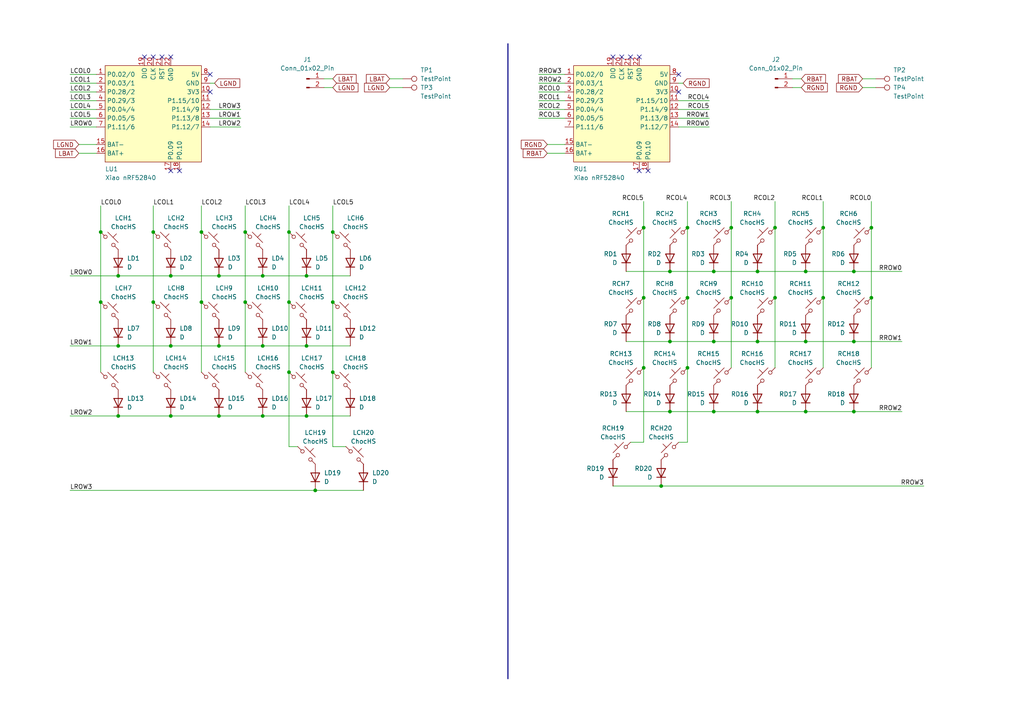
<source format=kicad_sch>
(kicad_sch (version 20231120) (generator "eeschema") (generator_version "8.0")
  (paper "A4")
  (lib_symbols
    (symbol "Connector:Conn_01x02_Pin" (pin_names (offset 1.016) hide)
      (property "Reference" "J" (at 0 2.54 0))
      (property "Value" "Conn_01x02_Pin" (at 0 -5.08 0))
      (symbol "Conn_01x02_Pin_1_1"
        (polyline (pts (xy 1.27 -2.54) (xy 0.8636 -2.54)) (stroke (width 0.1524)))
        (polyline (pts (xy 1.27 0) (xy 0.8636 0)) (stroke (width 0.1524)))
        (rectangle (start 0.8636 -2.413) (end 0 -2.667) (stroke (width 0.1524)) (fill (type outline)))
        (rectangle (start 0.8636 0.127) (end 0 -0.127) (stroke (width 0.1524)) (fill (type outline)))
        (pin passive line (at 5.08 0 180) (length 3.81) (name "Pin_1") (number "1"))
        (pin passive line (at 5.08 -2.54 180) (length 3.81) (name "Pin_2") (number "2"))
      )
    )
    (symbol "Connector:TestPoint" (pin_numbers hide) (pin_names (offset 0.762) hide)
      (property "Reference" "TP" (at 0 6.858 0))
      (property "Value" "TestPoint" (at 0 5.08 0))
      (symbol "TestPoint_0_1"
        (circle (center 0 3.302) (radius 0.762))
      )
      (symbol "TestPoint_1_1"
        (pin passive line (at 0 0 90) (length 2.54) (name "1") (number "1"))
      )
    )
    (symbol "Device:D" (pin_numbers hide) (pin_names (offset 1.016) hide)
      (property "Reference" "D" (at 0 2.54 0))
      (property "Value" "D" (at 0 -2.54 0))
      (symbol "D_0_1"
        (polyline (pts (xy -1.27 1.27) (xy -1.27 -1.27)) (stroke (width 0.254)))
        (polyline (pts (xy 1.27 0) (xy -1.27 0)))
        (polyline (pts (xy 1.27 1.27) (xy 1.27 -1.27) (xy -1.27 0) (xy 1.27 1.27)) (stroke (width 0.254)))
      )
      (symbol "D_1_1"
        (pin passive line (at -3.81 0 0) (length 2.54) (name "K") (number "1"))
        (pin passive line (at 3.81 0 180) (length 2.54) (name "A") (number "2"))
      )
    )
    (symbol "PCM_marbastlib-promicroish:Seeeduino_Xiao_nRF52840" (in_bom no)
      (property "Reference" "U" (at -10.16 -12.7 0))
      (property "Value" "Seeeduino Xiao nRF52840" (at -10.16 -15.24 0))
      (symbol "Seeeduino_Xiao_nRF52840_1_0"
        (pin bidirectional line (at -16.51 13.97 0) (length 2.54) (name "P0.02/0") (number "1"))
        (pin power_out line (at 16.51 8.89 180) (length 2.54) (name "3V3") (number "10"))
        (pin bidirectional line (at 16.51 6.35 180) (length 2.54) (name "P1.15/10") (number "11"))
        (pin bidirectional line (at 16.51 3.81 180) (length 2.54) (name "P1.14/9") (number "12"))
        (pin bidirectional line (at 16.51 1.27 180) (length 2.54) (name "P1.13/8") (number "13"))
        (pin bidirectional line (at 16.51 -1.27 180) (length 2.54) (name "P1.12/7") (number "14"))
        (pin power_in line (at -16.51 -6.35 0) (length 2.54) (name "BAT-") (number "15"))
        (pin power_in line (at -16.51 -8.89 0) (length 2.54) (name "BAT+") (number "16"))
        (pin bidirectional line (at 5.08 -13.97 90) (length 2.54) (name "P0.09") (number "17"))
        (pin bidirectional line (at 7.62 -13.97 90) (length 2.54) (name "P0.10") (number "18"))
        (pin bidirectional line (at -2.54 19.05 270) (length 2.54) (name "DIO") (number "19"))
        (pin bidirectional line (at -16.51 11.43 0) (length 2.54) (name "P0.03/1") (number "2"))
        (pin bidirectional line (at 0 19.05 270) (length 2.54) (name "CLK") (number "20"))
        (pin bidirectional line (at 2.54 19.05 270) (length 2.54) (name "RST") (number "21"))
        (pin power_out line (at 5.08 19.05 270) (length 2.54) (name "GND") (number "22"))
        (pin bidirectional line (at -16.51 8.89 0) (length 2.54) (name "P0.28/2") (number "3"))
        (pin bidirectional line (at -16.51 6.35 0) (length 2.54) (name "P0.29/3") (number "4"))
        (pin bidirectional line (at -16.51 3.81 0) (length 2.54) (name "P0.04/4") (number "5"))
        (pin bidirectional line (at -16.51 1.27 0) (length 2.54) (name "P0.05/5") (number "6"))
        (pin bidirectional line (at -16.51 -1.27 0) (length 2.54) (name "P1.11/6") (number "7"))
        (pin power_out line (at 16.51 13.97 180) (length 2.54) (name "5V") (number "8"))
        (pin power_out line (at 16.51 11.43 180) (length 2.54) (name "GND") (number "9"))
      )
      (symbol "Seeeduino_Xiao_nRF52840_1_1"
        (rectangle (start -13.97 16.51) (end 13.97 -11.43) (fill (type background)))
      )
    )
    (symbol "Switch:SW_Push_45deg" (pin_numbers hide) (pin_names (offset 1.016) hide)
      (property "Reference" "SW" (at 3.048 1.016 0))
      (property "Value" "SW_Push_45deg" (at 0 -3.81 0))
      (symbol "SW_Push_45deg_0_1"
        (circle (center -1.1684 1.1684) (radius 0.508))
        (polyline (pts (xy -0.508 2.54) (xy 2.54 -0.508)))
        (polyline (pts (xy 1.016 1.016) (xy 2.032 2.032)))
        (polyline (pts (xy -2.54 2.54) (xy -1.524 1.524) (xy -1.524 1.524)))
        (polyline (pts (xy 1.524 -1.524) (xy 2.54 -2.54) (xy 2.54 -2.54) (xy 2.54 -2.54)))
        (circle (center 1.143 -1.1938) (radius 0.508))
        (pin passive line (at -2.54 2.54 0) (length 0) (name "1") (number "1"))
        (pin passive line (at 2.54 -2.54 180) (length 0) (name "2") (number "2"))
      )
    )
  )
  (junction (at 96.52 67.31))
  (junction (at 29.21 87.63))
  (junction (at 219.71 78.74))
  (junction (at 76.2 120.65))
  (junction (at 88.9 80.01))
  (junction (at 63.5 80.01))
  (junction (at 199.39 86.36))
  (junction (at 71.12 67.31))
  (junction (at 224.79 66.04))
  (junction (at 29.21 67.31))
  (junction (at 207.01 78.74))
  (junction (at 88.9 120.65))
  (junction (at 49.53 100.33))
  (junction (at 71.12 87.63))
  (junction (at 44.45 87.63))
  (junction (at 83.82 107.95))
  (junction (at 88.9 100.33))
  (junction (at 91.44 142.24))
  (junction (at 207.01 119.38))
  (junction (at 194.31 99.06))
  (junction (at 49.53 80.01))
  (junction (at 34.29 80.01))
  (junction (at 224.79 86.36))
  (junction (at 252.73 86.36))
  (junction (at 186.69 106.68))
  (junction (at 76.2 100.33))
  (junction (at 96.52 107.95))
  (junction (at 219.71 99.06))
  (junction (at 76.2 80.01))
  (junction (at 34.29 120.65))
  (junction (at 96.52 87.63))
  (junction (at 194.31 78.74))
  (junction (at 219.71 119.38))
  (junction (at 44.45 67.31))
  (junction (at 247.65 78.74))
  (junction (at 191.77 140.97))
  (junction (at 199.39 66.04))
  (junction (at 83.82 87.63))
  (junction (at 238.76 86.36))
  (junction (at 83.82 67.31))
  (junction (at 252.73 66.04))
  (junction (at 238.76 66.04))
  (junction (at 34.29 100.33))
  (junction (at 63.5 120.65))
  (junction (at 212.09 66.04))
  (junction (at 233.68 78.74))
  (junction (at 186.69 86.36))
  (junction (at 199.39 106.68))
  (junction (at 247.65 119.38))
  (junction (at 247.65 99.06))
  (junction (at 186.69 66.04))
  (junction (at 63.5 100.33))
  (junction (at 58.42 87.63))
  (junction (at 212.09 86.36))
  (junction (at 207.01 99.06))
  (junction (at 233.68 99.06))
  (junction (at 58.42 67.31))
  (junction (at 194.31 119.38))
  (junction (at 233.68 119.38))
  (junction (at 49.53 120.65))
  (no_connect (at 49.53 49.53))
  (no_connect (at 41.91 16.51))
  (no_connect (at 182.88 16.51))
  (no_connect (at 180.34 16.51))
  (no_connect (at 196.85 21.59))
  (no_connect (at 177.8 16.51))
  (no_connect (at 187.96 49.53))
  (no_connect (at 60.96 21.59))
  (no_connect (at 185.42 16.51))
  (no_connect (at 44.45 16.51))
  (no_connect (at 52.07 49.53))
  (no_connect (at 185.42 49.53))
  (no_connect (at 46.99 16.51))
  (no_connect (at 60.96 26.67))
  (no_connect (at 196.85 26.67))
  (no_connect (at 49.53 16.51))
  (wire (pts (xy 247.65 99.06) (xy 261.62 99.06)))
  (wire (pts (xy 49.53 120.65) (xy 63.5 120.65)))
  (bus (pts (xy 147.32 12.7) (xy 147.32 196.85)))
  (wire (pts (xy 88.9 100.33) (xy 101.6 100.33)))
  (wire (pts (xy 207.01 119.38) (xy 219.71 119.38)))
  (wire (pts (xy 194.31 119.38) (xy 207.01 119.38)))
  (wire (pts (xy 212.09 66.04) (xy 212.09 86.36)))
  (wire (pts (xy 252.73 66.04) (xy 252.73 86.36)))
  (wire (pts (xy 63.5 120.65) (xy 76.2 120.65)))
  (wire (pts (xy 113.03 22.86) (xy 116.84 22.86)))
  (wire (pts (xy 156.21 26.67) (xy 163.83 26.67)))
  (wire (pts (xy 229.87 22.86) (xy 232.41 22.86)))
  (wire (pts (xy 233.68 119.38) (xy 247.65 119.38)))
  (wire (pts (xy 96.52 87.63) (xy 96.52 107.95)))
  (wire (pts (xy 238.76 66.04) (xy 238.76 86.36)))
  (wire (pts (xy 252.73 58.42) (xy 252.73 66.04)))
  (wire (pts (xy 93.98 22.86) (xy 96.52 22.86)))
  (wire (pts (xy 199.39 86.36) (xy 199.39 106.68)))
  (wire (pts (xy 177.8 140.97) (xy 191.77 140.97)))
  (wire (pts (xy 20.32 29.21) (xy 27.94 29.21)))
  (wire (pts (xy 93.98 25.4) (xy 96.52 25.4)))
  (wire (pts (xy 76.2 120.65) (xy 88.9 120.65)))
  (wire (pts (xy 29.21 59.69) (xy 29.21 67.31)))
  (wire (pts (xy 20.32 34.29) (xy 27.94 34.29)))
  (wire (pts (xy 29.21 67.31) (xy 29.21 87.63)))
  (wire (pts (xy 58.42 67.31) (xy 58.42 87.63)))
  (wire (pts (xy 186.69 106.68) (xy 186.69 128.27)))
  (wire (pts (xy 58.42 59.69) (xy 58.42 67.31)))
  (wire (pts (xy 76.2 80.01) (xy 88.9 80.01)))
  (wire (pts (xy 60.96 31.75) (xy 69.85 31.75)))
  (wire (pts (xy 29.21 87.63) (xy 29.21 107.95)))
  (wire (pts (xy 196.85 29.21) (xy 205.74 29.21)))
  (wire (pts (xy 113.03 25.4) (xy 116.84 25.4)))
  (wire (pts (xy 34.29 120.65) (xy 49.53 120.65)))
  (wire (pts (xy 207.01 99.06) (xy 219.71 99.06)))
  (wire (pts (xy 181.61 78.74) (xy 194.31 78.74)))
  (wire (pts (xy 20.32 120.65) (xy 34.29 120.65)))
  (wire (pts (xy 247.65 78.74) (xy 261.62 78.74)))
  (wire (pts (xy 44.45 59.69) (xy 44.45 67.31)))
  (wire (pts (xy 83.82 87.63) (xy 83.82 107.95)))
  (wire (pts (xy 20.32 100.33) (xy 34.29 100.33)))
  (wire (pts (xy 60.96 24.13) (xy 62.23 24.13)))
  (wire (pts (xy 88.9 120.65) (xy 101.6 120.65)))
  (wire (pts (xy 186.69 66.04) (xy 186.69 86.36)))
  (wire (pts (xy 252.73 86.36) (xy 252.73 106.68)))
  (wire (pts (xy 199.39 66.04) (xy 199.39 86.36)))
  (wire (pts (xy 199.39 58.42) (xy 199.39 66.04)))
  (wire (pts (xy 83.82 67.31) (xy 83.82 87.63)))
  (wire (pts (xy 196.85 36.83) (xy 205.74 36.83)))
  (wire (pts (xy 158.75 41.91) (xy 163.83 41.91)))
  (wire (pts (xy 194.31 99.06) (xy 207.01 99.06)))
  (wire (pts (xy 196.85 24.13) (xy 198.12 24.13)))
  (wire (pts (xy 224.79 66.04) (xy 224.79 86.36)))
  (wire (pts (xy 250.19 22.86) (xy 254 22.86)))
  (wire (pts (xy 199.39 128.27) (xy 196.85 128.27)))
  (wire (pts (xy 229.87 25.4) (xy 232.41 25.4)))
  (wire (pts (xy 44.45 67.31) (xy 44.45 87.63)))
  (wire (pts (xy 58.42 87.63) (xy 58.42 107.95)))
  (wire (pts (xy 238.76 86.36) (xy 238.76 106.68)))
  (wire (pts (xy 186.69 128.27) (xy 182.88 128.27)))
  (wire (pts (xy 186.69 86.36) (xy 186.69 106.68)))
  (wire (pts (xy 156.21 34.29) (xy 163.83 34.29)))
  (wire (pts (xy 233.68 78.74) (xy 247.65 78.74)))
  (wire (pts (xy 22.86 41.91) (xy 27.94 41.91)))
  (wire (pts (xy 199.39 106.68) (xy 199.39 128.27)))
  (wire (pts (xy 158.75 44.45) (xy 163.83 44.45)))
  (wire (pts (xy 20.32 26.67) (xy 27.94 26.67)))
  (wire (pts (xy 212.09 86.36) (xy 212.09 106.68)))
  (wire (pts (xy 191.77 140.97) (xy 267.97 140.97)))
  (wire (pts (xy 156.21 31.75) (xy 163.83 31.75)))
  (wire (pts (xy 212.09 58.42) (xy 212.09 66.04)))
  (wire (pts (xy 96.52 107.95) (xy 96.52 129.54)))
  (wire (pts (xy 156.21 29.21) (xy 163.83 29.21)))
  (wire (pts (xy 49.53 80.01) (xy 63.5 80.01)))
  (wire (pts (xy 250.19 25.4) (xy 254 25.4)))
  (wire (pts (xy 91.44 142.24) (xy 105.41 142.24)))
  (wire (pts (xy 181.61 99.06) (xy 194.31 99.06)))
  (wire (pts (xy 196.85 31.75) (xy 205.74 31.75)))
  (wire (pts (xy 96.52 67.31) (xy 96.52 87.63)))
  (wire (pts (xy 71.12 87.63) (xy 71.12 107.95)))
  (wire (pts (xy 247.65 119.38) (xy 261.62 119.38)))
  (wire (pts (xy 88.9 80.01) (xy 101.6 80.01)))
  (wire (pts (xy 63.5 80.01) (xy 76.2 80.01)))
  (wire (pts (xy 20.32 31.75) (xy 27.94 31.75)))
  (wire (pts (xy 20.32 36.83) (xy 27.94 36.83)))
  (wire (pts (xy 20.32 142.24) (xy 91.44 142.24)))
  (wire (pts (xy 22.86 44.45) (xy 27.94 44.45)))
  (wire (pts (xy 207.01 78.74) (xy 219.71 78.74)))
  (wire (pts (xy 219.71 78.74) (xy 233.68 78.74)))
  (wire (pts (xy 186.69 58.42) (xy 186.69 66.04)))
  (wire (pts (xy 219.71 99.06) (xy 233.68 99.06)))
  (wire (pts (xy 233.68 99.06) (xy 247.65 99.06)))
  (wire (pts (xy 20.32 21.59) (xy 27.94 21.59)))
  (wire (pts (xy 60.96 34.29) (xy 69.85 34.29)))
  (wire (pts (xy 60.96 36.83) (xy 69.85 36.83)))
  (wire (pts (xy 83.82 59.69) (xy 83.82 67.31)))
  (wire (pts (xy 194.31 78.74) (xy 207.01 78.74)))
  (wire (pts (xy 20.32 80.01) (xy 34.29 80.01)))
  (wire (pts (xy 224.79 58.42) (xy 224.79 66.04)))
  (wire (pts (xy 96.52 59.69) (xy 96.52 67.31)))
  (wire (pts (xy 44.45 87.63) (xy 44.45 107.95)))
  (wire (pts (xy 156.21 21.59) (xy 163.83 21.59)))
  (wire (pts (xy 63.5 100.33) (xy 76.2 100.33)))
  (wire (pts (xy 20.32 24.13) (xy 27.94 24.13)))
  (wire (pts (xy 34.29 80.01) (xy 49.53 80.01)))
  (wire (pts (xy 219.71 119.38) (xy 233.68 119.38)))
  (wire (pts (xy 196.85 34.29) (xy 205.74 34.29)))
  (wire (pts (xy 181.61 119.38) (xy 194.31 119.38)))
  (wire (pts (xy 83.82 107.95) (xy 83.82 129.54)))
  (wire (pts (xy 76.2 100.33) (xy 88.9 100.33)))
  (wire (pts (xy 49.53 100.33) (xy 63.5 100.33)))
  (wire (pts (xy 238.76 58.42) (xy 238.76 66.04)))
  (wire (pts (xy 71.12 67.31) (xy 71.12 87.63)))
  (wire (pts (xy 71.12 59.69) (xy 71.12 67.31)))
  (wire (pts (xy 83.82 129.54) (xy 86.36 129.54)))
  (wire (pts (xy 96.52 129.54) (xy 100.33 129.54)))
  (wire (pts (xy 224.79 86.36) (xy 224.79 106.68)))
  (wire (pts (xy 156.21 24.13) (xy 163.83 24.13)))
  (wire (pts (xy 34.29 100.33) (xy 49.53 100.33)))
  (label "LROW0" (at 20.32 36.83 0))
  (label "RCOL3" (at 212.09 58.42 180))
  (label "LCOL5" (at 96.52 59.69 0))
  (label "RROW1" (at 261.62 99.06 180))
  (label "RCOL5" (at 205.74 31.75 180))
  (label "LROW3" (at 69.85 31.75 180))
  (label "RROW0" (at 261.62 78.74 180))
  (label "RCOL4" (at 205.74 29.21 180))
  (label "RCOL0" (at 252.73 58.42 180))
  (label "RROW2" (at 156.21 24.13 0))
  (label "LROW2" (at 20.32 120.65 0))
  (label "LROW1" (at 69.85 34.29 180))
  (label "LCOL0" (at 20.32 21.59 0))
  (label "RCOL2" (at 224.79 58.42 180))
  (label "RROW3" (at 267.97 140.97 180))
  (label "LCOL3" (at 71.12 59.69 0))
  (label "RCOL0" (at 156.21 26.67 0))
  (label "LROW3" (at 20.32 142.24 0))
  (label "RROW3" (at 156.21 21.59 0))
  (label "RCOL1" (at 156.21 29.21 0))
  (label "RCOL2" (at 156.21 31.75 0))
  (label "LCOL1" (at 20.32 24.13 0))
  (label "RROW1" (at 205.74 34.29 180))
  (label "RROW0" (at 205.74 36.83 180))
  (label "RCOL1" (at 238.76 58.42 180))
  (label "LROW1" (at 20.32 100.33 0))
  (label "LROW2" (at 69.85 36.83 180))
  (label "LCOL4" (at 20.32 31.75 0))
  (label "LCOL2" (at 20.32 26.67 0))
  (label "LCOL1" (at 44.45 59.69 0))
  (label "RROW2" (at 261.62 119.38 180))
  (label "LCOL5" (at 20.32 34.29 0))
  (label "LCOL4" (at 83.82 59.69 0))
  (label "RCOL5" (at 186.69 58.42 180))
  (label "RCOL3" (at 156.21 34.29 0))
  (label "LCOL0" (at 29.21 59.69 0))
  (label "LROW0" (at 20.32 80.01 0))
  (label "LCOL2" (at 58.42 59.69 0))
  (label "RCOL4" (at 199.39 58.42 180))
  (label "LCOL3" (at 20.32 29.21 0))
  (global_label "LGND" (shape input) (at 22.86 41.91 180) (property "Intersheetrefs" "${INTERSHEET_REFS}" (effects (hide yes))))
  (global_label "RBAT" (shape input) (at 250.19 22.86 180) (property "Intersheetrefs" "${INTERSHEET_REFS}" (effects (hide yes))))
  (global_label "LGND" (shape input) (at 113.03 25.4 180) (property "Intersheetrefs" "${INTERSHEET_REFS}" (effects (hide yes))))
  (global_label "RGND" (shape input) (at 232.41 25.4 0) (property "Intersheetrefs" "${INTERSHEET_REFS}" (effects (hide yes))))
  (global_label "LGND" (shape input) (at 96.52 25.4 0) (property "Intersheetrefs" "${INTERSHEET_REFS}" (effects (hide yes))))
  (global_label "LBAT" (shape input) (at 113.03 22.86 180) (property "Intersheetrefs" "${INTERSHEET_REFS}" (effects (hide yes))))
  (global_label "LGND" (shape input) (at 62.23 24.13 0) (property "Intersheetrefs" "${INTERSHEET_REFS}" (effects (hide yes))))
  (global_label "LBAT" (shape input) (at 22.86 44.45 180) (property "Intersheetrefs" "${INTERSHEET_REFS}" (effects (hide yes))))
  (global_label "RGND" (shape input) (at 198.12 24.13 0) (property "Intersheetrefs" "${INTERSHEET_REFS}" (effects (hide yes))))
  (global_label "RGND" (shape input) (at 158.75 41.91 180) (property "Intersheetrefs" "${INTERSHEET_REFS}" (effects (hide yes))))
  (global_label "RBAT" (shape input) (at 158.75 44.45 180) (property "Intersheetrefs" "${INTERSHEET_REFS}" (effects (hide yes))))
  (global_label "RGND" (shape input) (at 250.19 25.4 180) (property "Intersheetrefs" "${INTERSHEET_REFS}" (effects (hide yes))))
  (global_label "LBAT" (shape input) (at 96.52 22.86 0) (property "Intersheetrefs" "${INTERSHEET_REFS}" (effects (hide yes))))
  (global_label "RBAT" (shape input) (at 232.41 22.86 0) (property "Intersheetrefs" "${INTERSHEET_REFS}" (effects (hide yes))))
  (symbol (lib_id "Device:D") (at 34.29 116.84 90) (unit 1)
    (property "Reference" "LD13" (at 36.83 115.5699 90) (effects (justify right)))
    (property "Value" "D" (at 36.83 118.1099 90) (effects (justify right)))
    (property "Footprint" "Diode_SMD:D_SOD-123" (effects (hide yes)))
    (property "Description" "Diode" (effects (hide yes)))
    (property "Sim.Device" "D" (effects (hide yes)))
    (property "Sim.Pins" "1=K 2=A" (effects (hide yes)))
  )
  (symbol (lib_id "Switch:SW_Push_45deg") (at 236.22 109.22 0) (mirror y) (unit 1)
    (property "Reference" "RCH17" (at 232.156 102.616 0))
    (property "Value" "ChocHS" (at 232.156 105.156 0))
    (property "Footprint" "Custom:SW_choc_v1v2_HS_MBK" (effects (hide yes)))
    (property "Description" "Push button switch, normally open, two pins, 45° tilted" (effects (hide yes)))
  )
  (symbol (lib_id "Device:D") (at 207.01 95.25 270) (mirror x) (unit 1)
    (property "Reference" "RD9" (at 204.47 93.9799 90) (effects (justify right)))
    (property "Value" "D" (at 204.47 96.5199 90) (effects (justify right)))
    (property "Footprint" "Diode_SMD:D_SOD-123" (effects (hide yes)))
    (property "Description" "Diode" (effects (hide yes)))
    (property "Sim.Device" "D" (effects (hide yes)))
    (property "Sim.Pins" "1=K 2=A" (effects (hide yes)))
  )
  (symbol (lib_id "Switch:SW_Push_45deg") (at 31.75 90.17 0) (unit 1)
    (property "Reference" "LCH7" (at 35.814 83.566 0))
    (property "Value" "ChocHS" (at 35.814 86.106 0))
    (property "Footprint" "Custom:SW_choc_v1v2_HS_MBK" (effects (hide yes)))
    (property "Description" "Push button switch, normally open, two pins, 45° tilted" (effects (hide yes)))
  )
  (symbol (lib_id "Switch:SW_Push_45deg") (at 86.36 110.49 0) (unit 1)
    (property "Reference" "LCH17" (at 90.424 103.886 0))
    (property "Value" "ChocHS" (at 90.424 106.426 0))
    (property "Footprint" "Custom:SW_choc_v1v2_HS_MBK" (effects (hide yes)))
    (property "Description" "Push button switch, normally open, two pins, 45° tilted" (effects (hide yes)))
  )
  (symbol (lib_id "Switch:SW_Push_45deg") (at 236.22 68.58 0) (mirror y) (unit 1)
    (property "Reference" "RCH5" (at 232.156 61.976 0))
    (property "Value" "ChocHS" (at 232.156 64.516 0))
    (property "Footprint" "Custom:SW_choc_v1v2_HS_MBK" (effects (hide yes)))
    (property "Description" "Push button switch, normally open, two pins, 45° tilted" (effects (hide yes)))
  )
  (symbol (lib_id "Device:D") (at 233.68 95.25 270) (mirror x) (unit 1)
    (property "Reference" "RD11" (at 231.14 93.9799 90) (effects (justify right)))
    (property "Value" "D" (at 231.14 96.5199 90) (effects (justify right)))
    (property "Footprint" "Diode_SMD:D_SOD-123" (effects (hide yes)))
    (property "Description" "Diode" (effects (hide yes)))
    (property "Sim.Device" "D" (effects (hide yes)))
    (property "Sim.Pins" "1=K 2=A" (effects (hide yes)))
  )
  (symbol (lib_id "Device:D") (at 88.9 76.2 90) (unit 1)
    (property "Reference" "LD5" (at 91.44 74.9299 90) (effects (justify right)))
    (property "Value" "D" (at 91.44 77.4699 90) (effects (justify right)))
    (property "Footprint" "Diode_SMD:D_SOD-123" (effects (hide yes)))
    (property "Description" "Diode" (effects (hide yes)))
    (property "Sim.Device" "D" (effects (hide yes)))
    (property "Sim.Pins" "1=K 2=A" (effects (hide yes)))
  )
  (symbol (lib_id "Device:D") (at 191.77 137.16 270) (mirror x) (unit 1)
    (property "Reference" "RD20" (at 189.23 135.8899 90) (effects (justify right)))
    (property "Value" "D" (at 189.23 138.4299 90) (effects (justify right)))
    (property "Footprint" "Diode_SMD:D_SOD-123" (effects (hide yes)))
    (property "Description" "Diode" (effects (hide yes)))
    (property "Sim.Device" "D" (effects (hide yes)))
    (property "Sim.Pins" "1=K 2=A" (effects (hide yes)))
  )
  (symbol (lib_id "Switch:SW_Push_45deg") (at 73.66 90.17 0) (unit 1)
    (property "Reference" "LCH10" (at 77.724 83.566 0))
    (property "Value" "ChocHS" (at 77.724 86.106 0))
    (property "Footprint" "Custom:SW_choc_v1v2_HS_MBK" (effects (hide yes)))
    (property "Description" "Push button switch, normally open, two pins, 45° tilted" (effects (hide yes)))
  )
  (symbol (lib_id "Device:D") (at 88.9 116.84 90) (unit 1)
    (property "Reference" "LD17" (at 91.44 115.5699 90) (effects (justify right)))
    (property "Value" "D" (at 91.44 118.1099 90) (effects (justify right)))
    (property "Footprint" "Diode_SMD:D_SOD-123" (effects (hide yes)))
    (property "Description" "Diode" (effects (hide yes)))
    (property "Sim.Device" "D" (effects (hide yes)))
    (property "Sim.Pins" "1=K 2=A" (effects (hide yes)))
  )
  (symbol (lib_id "Device:D") (at 101.6 116.84 90) (unit 1)
    (property "Reference" "LD18" (at 104.14 115.5699 90) (effects (justify right)))
    (property "Value" "D" (at 104.14 118.1099 90) (effects (justify right)))
    (property "Footprint" "Diode_SMD:D_SOD-123" (effects (hide yes)))
    (property "Description" "Diode" (effects (hide yes)))
    (property "Sim.Device" "D" (effects (hide yes)))
    (property "Sim.Pins" "1=K 2=A" (effects (hide yes)))
  )
  (symbol (lib_id "Connector:TestPoint") (at 116.84 22.86 270) (unit 1)
    (property "Reference" "TP1" (at 121.92 20.32 90) (effects (justify left)))
    (property "Value" "TestPoint" (at 121.92 22.86 90) (effects (justify left)))
    (property "Footprint" "TestPoint:TestPoint_Pad_D2.0mm" (effects (hide yes)))
    (property "Description" "test point" (effects (hide yes)))
  )
  (symbol (lib_id "Device:D") (at 49.53 96.52 90) (unit 1)
    (property "Reference" "LD8" (at 52.07 95.2499 90) (effects (justify right)))
    (property "Value" "D" (at 52.07 97.7899 90) (effects (justify right)))
    (property "Footprint" "Diode_SMD:D_SOD-123" (effects (hide yes)))
    (property "Description" "Diode" (effects (hide yes)))
    (property "Sim.Device" "D" (effects (hide yes)))
    (property "Sim.Pins" "1=K 2=A" (effects (hide yes)))
  )
  (symbol (lib_id "Device:D") (at 233.68 115.57 270) (mirror x) (unit 1)
    (property "Reference" "RD17" (at 231.14 114.2999 90) (effects (justify right)))
    (property "Value" "D" (at 231.14 116.8399 90) (effects (justify right)))
    (property "Footprint" "Diode_SMD:D_SOD-123" (effects (hide yes)))
    (property "Description" "Diode" (effects (hide yes)))
    (property "Sim.Device" "D" (effects (hide yes)))
    (property "Sim.Pins" "1=K 2=A" (effects (hide yes)))
  )
  (symbol (lib_id "Switch:SW_Push_45deg") (at 184.15 88.9 0) (mirror y) (unit 1)
    (property "Reference" "RCH7" (at 180.086 82.296 0))
    (property "Value" "ChocHS" (at 180.086 84.836 0))
    (property "Footprint" "Custom:SW_choc_v1v2_HS_MBK" (effects (hide yes)))
    (property "Description" "Push button switch, normally open, two pins, 45° tilted" (effects (hide yes)))
  )
  (symbol (lib_id "Switch:SW_Push_45deg") (at 46.99 69.85 0) (unit 1)
    (property "Reference" "LCH2" (at 51.054 63.246 0))
    (property "Value" "ChocHS" (at 51.054 65.786 0))
    (property "Footprint" "Custom:SW_choc_v1v2_HS_MBK" (effects (hide yes)))
    (property "Description" "Push button switch, normally open, two pins, 45° tilted" (effects (hide yes)))
  )
  (symbol (lib_id "Switch:SW_Push_45deg") (at 209.55 109.22 0) (mirror y) (unit 1)
    (property "Reference" "RCH15" (at 205.486 102.616 0))
    (property "Value" "ChocHS" (at 205.486 105.156 0))
    (property "Footprint" "Custom:SW_choc_v1v2_HS_MBK" (effects (hide yes)))
    (property "Description" "Push button switch, normally open, two pins, 45° tilted" (effects (hide yes)))
  )
  (symbol (lib_id "Switch:SW_Push_45deg") (at 184.15 68.58 0) (mirror y) (unit 1)
    (property "Reference" "RCH1" (at 180.086 61.976 0))
    (property "Value" "ChocHS" (at 180.086 64.516 0))
    (property "Footprint" "Custom:SW_choc_v1v2_HS_MBK" (effects (hide yes)))
    (property "Description" "Push button switch, normally open, two pins, 45° tilted" (effects (hide yes)))
  )
  (symbol (lib_id "Device:D") (at 247.65 95.25 270) (mirror x) (unit 1)
    (property "Reference" "RD12" (at 245.11 93.9799 90) (effects (justify right)))
    (property "Value" "D" (at 245.11 96.5199 90) (effects (justify right)))
    (property "Footprint" "Diode_SMD:D_SOD-123" (effects (hide yes)))
    (property "Description" "Diode" (effects (hide yes)))
    (property "Sim.Device" "D" (effects (hide yes)))
    (property "Sim.Pins" "1=K 2=A" (effects (hide yes)))
  )
  (symbol (lib_id "Device:D") (at 233.68 74.93 270) (mirror x) (unit 1)
    (property "Reference" "RD5" (at 231.14 73.6599 90) (effects (justify right)))
    (property "Value" "D" (at 231.14 76.1999 90) (effects (justify right)))
    (property "Footprint" "Diode_SMD:D_SOD-123" (effects (hide yes)))
    (property "Description" "Diode" (effects (hide yes)))
    (property "Sim.Device" "D" (effects (hide yes)))
    (property "Sim.Pins" "1=K 2=A" (effects (hide yes)))
  )
  (symbol (lib_id "Device:D") (at 76.2 116.84 90) (unit 1)
    (property "Reference" "LD16" (at 78.74 115.5699 90) (effects (justify right)))
    (property "Value" "D" (at 78.74 118.1099 90) (effects (justify right)))
    (property "Footprint" "Diode_SMD:D_SOD-123" (effects (hide yes)))
    (property "Description" "Diode" (effects (hide yes)))
    (property "Sim.Device" "D" (effects (hide yes)))
    (property "Sim.Pins" "1=K 2=A" (effects (hide yes)))
  )
  (symbol (lib_id "Device:D") (at 49.53 116.84 90) (unit 1)
    (property "Reference" "LD14" (at 52.07 115.5699 90) (effects (justify right)))
    (property "Value" "D" (at 52.07 118.1099 90) (effects (justify right)))
    (property "Footprint" "Diode_SMD:D_SOD-123" (effects (hide yes)))
    (property "Description" "Diode" (effects (hide yes)))
    (property "Sim.Device" "D" (effects (hide yes)))
    (property "Sim.Pins" "1=K 2=A" (effects (hide yes)))
  )
  (symbol (lib_id "Switch:SW_Push_45deg") (at 73.66 110.49 0) (unit 1)
    (property "Reference" "LCH16" (at 77.724 103.886 0))
    (property "Value" "ChocHS" (at 77.724 106.426 0))
    (property "Footprint" "Custom:SW_choc_v1v2_HS_MBK" (effects (hide yes)))
    (property "Description" "Push button switch, normally open, two pins, 45° tilted" (effects (hide yes)))
  )
  (symbol (lib_id "Device:D") (at 34.29 96.52 90) (unit 1)
    (property "Reference" "LD7" (at 36.83 95.2499 90) (effects (justify right)))
    (property "Value" "D" (at 36.83 97.7899 90) (effects (justify right)))
    (property "Footprint" "Diode_SMD:D_SOD-123" (effects (hide yes)))
    (property "Description" "Diode" (effects (hide yes)))
    (property "Sim.Device" "D" (effects (hide yes)))
    (property "Sim.Pins" "1=K 2=A" (effects (hide yes)))
  )
  (symbol (lib_id "Device:D") (at 207.01 115.57 270) (mirror x) (unit 1)
    (property "Reference" "RD15" (at 204.47 114.2999 90) (effects (justify right)))
    (property "Value" "D" (at 204.47 116.8399 90) (effects (justify right)))
    (property "Footprint" "Diode_SMD:D_SOD-123" (effects (hide yes)))
    (property "Description" "Diode" (effects (hide yes)))
    (property "Sim.Device" "D" (effects (hide yes)))
    (property "Sim.Pins" "1=K 2=A" (effects (hide yes)))
  )
  (symbol (lib_id "Device:D") (at 34.29 76.2 90) (unit 1)
    (property "Reference" "LD1" (at 36.83 74.9299 90) (effects (justify right)))
    (property "Value" "D" (at 36.83 77.4699 90) (effects (justify right)))
    (property "Footprint" "Diode_SMD:D_SOD-123" (effects (hide yes)))
    (property "Description" "Diode" (effects (hide yes)))
    (property "Sim.Device" "D" (effects (hide yes)))
    (property "Sim.Pins" "1=K 2=A" (effects (hide yes)))
  )
  (symbol (lib_id "Switch:SW_Push_45deg") (at 196.85 68.58 0) (mirror y) (unit 1)
    (property "Reference" "RCH2" (at 192.786 61.976 0))
    (property "Value" "ChocHS" (at 192.786 64.516 0))
    (property "Footprint" "Custom:SW_choc_v1v2_HS_MBK" (effects (hide yes)))
    (property "Description" "Push button switch, normally open, two pins, 45° tilted" (effects (hide yes)))
  )
  (symbol (lib_id "Switch:SW_Push_45deg") (at 180.34 130.81 0) (mirror y) (unit 1)
    (property "Reference" "RCH19" (at 177.8 124.206 0))
    (property "Value" "ChocHS" (at 177.8 126.746 0))
    (property "Footprint" "Custom:SW_choc_v1v2_HS_MBK" (effects (hide yes)))
    (property "Description" "Push button switch, normally open, two pins, 45° tilted" (effects (hide yes)))
  )
  (symbol (lib_id "Switch:SW_Push_45deg") (at 209.55 68.58 0) (mirror y) (unit 1)
    (property "Reference" "RCH3" (at 205.486 61.976 0))
    (property "Value" "ChocHS" (at 205.486 64.516 0))
    (property "Footprint" "Custom:SW_choc_v1v2_HS_MBK" (effects (hide yes)))
    (property "Description" "Push button switch, normally open, two pins, 45° tilted" (effects (hide yes)))
  )
  (symbol (lib_id "Device:D") (at 49.53 76.2 90) (unit 1)
    (property "Reference" "LD2" (at 52.07 74.9299 90) (effects (justify right)))
    (property "Value" "D" (at 52.07 77.4699 90) (effects (justify right)))
    (property "Footprint" "Diode_SMD:D_SOD-123" (effects (hide yes)))
    (property "Description" "Diode" (effects (hide yes)))
    (property "Sim.Device" "D" (effects (hide yes)))
    (property "Sim.Pins" "1=K 2=A" (effects (hide yes)))
  )
  (symbol (lib_id "Switch:SW_Push_45deg") (at 86.36 90.17 0) (unit 1)
    (property "Reference" "LCH11" (at 90.424 83.566 0))
    (property "Value" "ChocHS" (at 90.424 86.106 0))
    (property "Footprint" "Custom:SW_choc_v1v2_HS_MBK" (effects (hide yes)))
    (property "Description" "Push button switch, normally open, two pins, 45° tilted" (effects (hide yes)))
  )
  (symbol (lib_id "Device:D") (at 194.31 74.93 270) (mirror x) (unit 1)
    (property "Reference" "RD2" (at 191.77 73.6599 90) (effects (justify right)))
    (property "Value" "D" (at 191.77 76.1999 90) (effects (justify right)))
    (property "Footprint" "Diode_SMD:D_SOD-123" (effects (hide yes)))
    (property "Description" "Diode" (effects (hide yes)))
    (property "Sim.Device" "D" (effects (hide yes)))
    (property "Sim.Pins" "1=K 2=A" (effects (hide yes)))
  )
  (symbol (lib_id "Switch:SW_Push_45deg") (at 73.66 69.85 0) (unit 1)
    (property "Reference" "LCH4" (at 77.724 63.246 0))
    (property "Value" "ChocHS" (at 77.724 65.786 0))
    (property "Footprint" "Custom:SW_choc_v1v2_HS_MBK" (effects (hide yes)))
    (property "Description" "Push button switch, normally open, two pins, 45° tilted" (effects (hide yes)))
  )
  (symbol (lib_id "Device:D") (at 247.65 115.57 270) (mirror x) (unit 1)
    (property "Reference" "RD18" (at 245.11 114.2999 90) (effects (justify right)))
    (property "Value" "D" (at 245.11 116.8399 90) (effects (justify right)))
    (property "Footprint" "Diode_SMD:D_SOD-123" (effects (hide yes)))
    (property "Description" "Diode" (effects (hide yes)))
    (property "Sim.Device" "D" (effects (hide yes)))
    (property "Sim.Pins" "1=K 2=A" (effects (hide yes)))
  )
  (symbol (lib_id "Device:D") (at 63.5 96.52 90) (unit 1)
    (property "Reference" "LD9" (at 66.04 95.2499 90) (effects (justify right)))
    (property "Value" "D" (at 66.04 97.7899 90) (effects (justify right)))
    (property "Footprint" "Diode_SMD:D_SOD-123" (effects (hide yes)))
    (property "Description" "Diode" (effects (hide yes)))
    (property "Sim.Device" "D" (effects (hide yes)))
    (property "Sim.Pins" "1=K 2=A" (effects (hide yes)))
  )
  (symbol (lib_id "Switch:SW_Push_45deg") (at 60.96 69.85 0) (unit 1)
    (property "Reference" "LCH3" (at 65.024 63.246 0))
    (property "Value" "ChocHS" (at 65.024 65.786 0))
    (property "Footprint" "Custom:SW_choc_v1v2_HS_MBK" (effects (hide yes)))
    (property "Description" "Push button switch, normally open, two pins, 45° tilted" (effects (hide yes)))
  )
  (symbol (lib_id "Device:D") (at 101.6 96.52 90) (unit 1)
    (property "Reference" "LD12" (at 104.14 95.2499 90) (effects (justify right)))
    (property "Value" "D" (at 104.14 97.7899 90) (effects (justify right)))
    (property "Footprint" "Diode_SMD:D_SOD-123" (effects (hide yes)))
    (property "Description" "Diode" (effects (hide yes)))
    (property "Sim.Device" "D" (effects (hide yes)))
    (property "Sim.Pins" "1=K 2=A" (effects (hide yes)))
  )
  (symbol (lib_id "Switch:SW_Push_45deg") (at 102.87 132.08 0) (unit 1)
    (property "Reference" "LCH20" (at 105.41 125.476 0))
    (property "Value" "ChocHS" (at 105.41 128.016 0))
    (property "Footprint" "Custom:SW_choc_v1v2_HS_MBK" (effects (hide yes)))
    (property "Description" "Push button switch, normally open, two pins, 45° tilted" (effects (hide yes)))
  )
  (symbol (lib_id "PCM_marbastlib-promicroish:Seeeduino_Xiao_nRF52840") (at 180.34 35.56 0) (unit 1) (in_bom no)
    (property "Reference" "RU1" (at 166.37 49.022 0) (effects (justify left)))
    (property "Value" "Xiao nRF52840" (at 166.37 51.562 0) (effects (justify left)))
    (property "Footprint" "Custom:xiao-ble-smd-cutout" (effects (hide yes)))
    (property "Description" "Symbol for a Seeeduino Xiao nRF52840" (effects (hide yes)))
  )
  (symbol (lib_id "Switch:SW_Push_45deg") (at 86.36 69.85 0) (unit 1)
    (property "Reference" "LCH5" (at 90.424 63.246 0))
    (property "Value" "ChocHS" (at 90.424 65.786 0))
    (property "Footprint" "Custom:SW_choc_v1v2_HS_MBK" (effects (hide yes)))
    (property "Description" "Push button switch, normally open, two pins, 45° tilted" (effects (hide yes)))
  )
  (symbol (lib_id "Switch:SW_Push_45deg") (at 236.22 88.9 0) (mirror y) (unit 1)
    (property "Reference" "RCH11" (at 232.156 82.296 0))
    (property "Value" "ChocHS" (at 232.156 84.836 0))
    (property "Footprint" "Custom:SW_choc_v1v2_HS_MBK" (effects (hide yes)))
    (property "Description" "Push button switch, normally open, two pins, 45° tilted" (effects (hide yes)))
  )
  (symbol (lib_id "Switch:SW_Push_45deg") (at 196.85 88.9 0) (mirror y) (unit 1)
    (property "Reference" "RCH8" (at 192.786 82.296 0))
    (property "Value" "ChocHS" (at 192.786 84.836 0))
    (property "Footprint" "Custom:SW_choc_v1v2_HS_MBK" (effects (hide yes)))
    (property "Description" "Push button switch, normally open, two pins, 45° tilted" (effects (hide yes)))
  )
  (symbol (lib_id "Switch:SW_Push_45deg") (at 209.55 88.9 0) (mirror y) (unit 1)
    (property "Reference" "RCH9" (at 205.486 82.296 0))
    (property "Value" "ChocHS" (at 205.486 84.836 0))
    (property "Footprint" "Custom:SW_choc_v1v2_HS_MBK" (effects (hide yes)))
    (property "Description" "Push button switch, normally open, two pins, 45° tilted" (effects (hide yes)))
  )
  (symbol (lib_id "Device:D") (at 181.61 115.57 270) (mirror x) (unit 1)
    (property "Reference" "RD13" (at 179.07 114.2999 90) (effects (justify right)))
    (property "Value" "D" (at 179.07 116.8399 90) (effects (justify right)))
    (property "Footprint" "Diode_SMD:D_SOD-123" (effects (hide yes)))
    (property "Description" "Diode" (effects (hide yes)))
    (property "Sim.Device" "D" (effects (hide yes)))
    (property "Sim.Pins" "1=K 2=A" (effects (hide yes)))
  )
  (symbol (lib_id "Switch:SW_Push_45deg") (at 222.25 88.9 0) (mirror y) (unit 1)
    (property "Reference" "RCH10" (at 218.186 82.296 0))
    (property "Value" "ChocHS" (at 218.186 84.836 0))
    (property "Footprint" "Custom:SW_choc_v1v2_HS_MBK" (effects (hide yes)))
    (property "Description" "Push button switch, normally open, two pins, 45° tilted" (effects (hide yes)))
  )
  (symbol (lib_id "Connector:TestPoint") (at 116.84 25.4 270) (unit 1)
    (property "Reference" "TP3" (at 121.92 25.4 90) (effects (justify left)))
    (property "Value" "TestPoint" (at 121.92 27.94 90) (effects (justify left)))
    (property "Footprint" "TestPoint:TestPoint_Pad_D2.0mm" (effects (hide yes)))
    (property "Description" "test point" (effects (hide yes)))
  )
  (symbol (lib_id "Switch:SW_Push_45deg") (at 88.9 132.08 0) (unit 1)
    (property "Reference" "LCH19" (at 91.44 125.476 0))
    (property "Value" "ChocHS" (at 91.44 128.016 0))
    (property "Footprint" "Custom:SW_choc_v1v2_HS_MBK" (effects (hide yes)))
    (property "Description" "Push button switch, normally open, two pins, 45° tilted" (effects (hide yes)))
  )
  (symbol (lib_id "Switch:SW_Push_45deg") (at 31.75 110.49 0) (unit 1)
    (property "Reference" "LCH13" (at 35.814 103.886 0))
    (property "Value" "ChocHS" (at 35.814 106.426 0))
    (property "Footprint" "Custom:SW_choc_v1v2_HS_MBK" (effects (hide yes)))
    (property "Description" "Push button switch, normally open, two pins, 45° tilted" (effects (hide yes)))
  )
  (symbol (lib_id "Device:D") (at 91.44 138.43 90) (unit 1)
    (property "Reference" "LD19" (at 93.98 137.1599 90) (effects (justify right)))
    (property "Value" "D" (at 93.98 139.6999 90) (effects (justify right)))
    (property "Footprint" "Diode_SMD:D_SOD-123" (effects (hide yes)))
    (property "Description" "Diode" (effects (hide yes)))
    (property "Sim.Device" "D" (effects (hide yes)))
    (property "Sim.Pins" "1=K 2=A" (effects (hide yes)))
  )
  (symbol (lib_id "Switch:SW_Push_45deg") (at 99.06 69.85 0) (unit 1)
    (property "Reference" "LCH6" (at 103.124 63.246 0))
    (property "Value" "ChocHS" (at 103.124 65.786 0))
    (property "Footprint" "Custom:SW_choc_v1v2_HS_MBK" (effects (hide yes)))
    (property "Description" "Push button switch, normally open, two pins, 45° tilted" (effects (hide yes)))
  )
  (symbol (lib_id "Device:D") (at 88.9 96.52 90) (unit 1)
    (property "Reference" "LD11" (at 91.44 95.2499 90) (effects (justify right)))
    (property "Value" "D" (at 91.44 97.7899 90) (effects (justify right)))
    (property "Footprint" "Diode_SMD:D_SOD-123" (effects (hide yes)))
    (property "Description" "Diode" (effects (hide yes)))
    (property "Sim.Device" "D" (effects (hide yes)))
    (property "Sim.Pins" "1=K 2=A" (effects (hide yes)))
  )
  (symbol (lib_id "Device:D") (at 63.5 116.84 90) (unit 1)
    (property "Reference" "LD15" (at 66.04 115.5699 90) (effects (justify right)))
    (property "Value" "D" (at 66.04 118.1099 90) (effects (justify right)))
    (property "Footprint" "Diode_SMD:D_SOD-123" (effects (hide yes)))
    (property "Description" "Diode" (effects (hide yes)))
    (property "Sim.Device" "D" (effects (hide yes)))
    (property "Sim.Pins" "1=K 2=A" (effects (hide yes)))
  )
  (symbol (lib_id "Device:D") (at 219.71 95.25 270) (mirror x) (unit 1)
    (property "Reference" "RD10" (at 217.17 93.9799 90) (effects (justify right)))
    (property "Value" "D" (at 217.17 96.5199 90) (effects (justify right)))
    (property "Footprint" "Diode_SMD:D_SOD-123" (effects (hide yes)))
    (property "Description" "Diode" (effects (hide yes)))
    (property "Sim.Device" "D" (effects (hide yes)))
    (property "Sim.Pins" "1=K 2=A" (effects (hide yes)))
  )
  (symbol (lib_id "Connector:TestPoint") (at 254 22.86 270) (unit 1)
    (property "Reference" "TP2" (at 259.08 20.32 90) (effects (justify left)))
    (property "Value" "TestPoint" (at 259.08 22.86 90) (effects (justify left)))
    (property "Footprint" "TestPoint:TestPoint_Pad_D2.0mm" (effects (hide yes)))
    (property "Description" "test point" (effects (hide yes)))
  )
  (symbol (lib_id "Connector:Conn_01x02_Pin") (at 224.79 22.86 0) (unit 1)
    (property "Reference" "J2" (at 225.044 17.272 0))
    (property "Value" "Conn_01x02_Pin" (at 225.044 19.812 0))
    (property "Footprint" "Connector_JST:JST_ACH_BM02B-ACHSS-GAN-ETF_1x02-1MP_P1.20mm_Vertical" (effects (hide yes)))
    (property "Description" "Generic connector, single row, 01x02, script generated" (effects (hide yes)))
  )
  (symbol (lib_id "Device:D") (at 76.2 96.52 90) (unit 1)
    (property "Reference" "LD10" (at 78.74 95.2499 90) (effects (justify right)))
    (property "Value" "D" (at 78.74 97.7899 90) (effects (justify right)))
    (property "Footprint" "Diode_SMD:D_SOD-123" (effects (hide yes)))
    (property "Description" "Diode" (effects (hide yes)))
    (property "Sim.Device" "D" (effects (hide yes)))
    (property "Sim.Pins" "1=K 2=A" (effects (hide yes)))
  )
  (symbol (lib_id "Switch:SW_Push_45deg") (at 184.15 109.22 0) (mirror y) (unit 1)
    (property "Reference" "RCH13" (at 180.086 102.616 0))
    (property "Value" "ChocHS" (at 180.086 105.156 0))
    (property "Footprint" "Custom:SW_choc_v1v2_HS_MBK" (effects (hide yes)))
    (property "Description" "Push button switch, normally open, two pins, 45° tilted" (effects (hide yes)))
  )
  (symbol (lib_id "Switch:SW_Push_45deg") (at 46.99 110.49 0) (unit 1)
    (property "Reference" "LCH14" (at 51.054 103.886 0))
    (property "Value" "ChocHS" (at 51.054 106.426 0))
    (property "Footprint" "Custom:SW_choc_v1v2_HS_MBK" (effects (hide yes)))
    (property "Description" "Push button switch, normally open, two pins, 45° tilted" (effects (hide yes)))
  )
  (symbol (lib_id "Switch:SW_Push_45deg") (at 250.19 109.22 0) (mirror y) (unit 1)
    (property "Reference" "RCH18" (at 246.126 102.616 0))
    (property "Value" "ChocHS" (at 246.126 105.156 0))
    (property "Footprint" "Custom:SW_choc_v1v2_HS_MBK" (effects (hide yes)))
    (property "Description" "Push button switch, normally open, two pins, 45° tilted" (effects (hide yes)))
  )
  (symbol (lib_id "Switch:SW_Push_45deg") (at 222.25 109.22 0) (mirror y) (unit 1)
    (property "Reference" "RCH16" (at 218.186 102.616 0))
    (property "Value" "ChocHS" (at 218.186 105.156 0))
    (property "Footprint" "Custom:SW_choc_v1v2_HS_MBK" (effects (hide yes)))
    (property "Description" "Push button switch, normally open, two pins, 45° tilted" (effects (hide yes)))
  )
  (symbol (lib_id "PCM_marbastlib-promicroish:Seeeduino_Xiao_nRF52840") (at 44.45 35.56 0) (unit 1) (in_bom no)
    (property "Reference" "LU1" (at 30.48 49.022 0) (effects (justify left)))
    (property "Value" "Xiao nRF52840" (at 30.48 51.562 0) (effects (justify left)))
    (property "Footprint" "Custom:xiao-ble-smd-cutout" (effects (hide yes)))
    (property "Description" "Symbol for a Seeeduino Xiao nRF52840" (effects (hide yes)))
  )
  (symbol (lib_id "Device:D") (at 194.31 95.25 270) (mirror x) (unit 1)
    (property "Reference" "RD8" (at 191.77 93.9799 90) (effects (justify right)))
    (property "Value" "D" (at 191.77 96.5199 90) (effects (justify right)))
    (property "Footprint" "Diode_SMD:D_SOD-123" (effects (hide yes)))
    (property "Description" "Diode" (effects (hide yes)))
    (property "Sim.Device" "D" (effects (hide yes)))
    (property "Sim.Pins" "1=K 2=A" (effects (hide yes)))
  )
  (symbol (lib_id "Device:D") (at 181.61 95.25 270) (mirror x) (unit 1)
    (property "Reference" "RD7" (at 179.07 93.9799 90) (effects (justify right)))
    (property "Value" "D" (at 179.07 96.5199 90) (effects (justify right)))
    (property "Footprint" "Diode_SMD:D_SOD-123" (effects (hide yes)))
    (property "Description" "Diode" (effects (hide yes)))
    (property "Sim.Device" "D" (effects (hide yes)))
    (property "Sim.Pins" "1=K 2=A" (effects (hide yes)))
  )
  (symbol (lib_id "Device:D") (at 63.5 76.2 90) (unit 1)
    (property "Reference" "LD3" (at 66.04 74.9299 90) (effects (justify right)))
    (property "Value" "D" (at 66.04 77.4699 90) (effects (justify right)))
    (property "Footprint" "Diode_SMD:D_SOD-123" (effects (hide yes)))
    (property "Description" "Diode" (effects (hide yes)))
    (property "Sim.Device" "D" (effects (hide yes)))
    (property "Sim.Pins" "1=K 2=A" (effects (hide yes)))
  )
  (symbol (lib_id "Connector:Conn_01x02_Pin") (at 88.9 22.86 0) (unit 1)
    (property "Reference" "J1" (at 89.154 17.272 0))
    (property "Value" "Conn_01x02_Pin" (at 89.154 19.812 0))
    (property "Footprint" "Connector_JST:JST_ACH_BM02B-ACHSS-GAN-ETF_1x02-1MP_P1.20mm_Vertical" (effects (hide yes)))
    (property "Description" "Generic connector, single row, 01x02, script generated" (effects (hide yes)))
  )
  (symbol (lib_id "Switch:SW_Push_45deg") (at 196.85 109.22 0) (mirror y) (unit 1)
    (property "Reference" "RCH14" (at 192.786 102.616 0))
    (property "Value" "ChocHS" (at 192.786 105.156 0))
    (property "Footprint" "Custom:SW_choc_v1v2_HS_MBK" (effects (hide yes)))
    (property "Description" "Push button switch, normally open, two pins, 45° tilted" (effects (hide yes)))
  )
  (symbol (lib_id "Switch:SW_Push_45deg") (at 250.19 88.9 0) (mirror y) (unit 1)
    (property "Reference" "RCH12" (at 246.126 82.296 0))
    (property "Value" "ChocHS" (at 246.126 84.836 0))
    (property "Footprint" "Custom:SW_choc_v1v2_HS_MBK" (effects (hide yes)))
    (property "Description" "Push button switch, normally open, two pins, 45° tilted" (effects (hide yes)))
  )
  (symbol (lib_id "Device:D") (at 194.31 115.57 270) (mirror x) (unit 1)
    (property "Reference" "RD14" (at 191.77 114.2999 90) (effects (justify right)))
    (property "Value" "D" (at 191.77 116.8399 90) (effects (justify right)))
    (property "Footprint" "Diode_SMD:D_SOD-123" (effects (hide yes)))
    (property "Description" "Diode" (effects (hide yes)))
    (property "Sim.Device" "D" (effects (hide yes)))
    (property "Sim.Pins" "1=K 2=A" (effects (hide yes)))
  )
  (symbol (lib_id "Device:D") (at 247.65 74.93 270) (mirror x) (unit 1)
    (property "Reference" "RD6" (at 245.11 73.6599 90) (effects (justify right)))
    (property "Value" "D" (at 245.11 76.1999 90) (effects (justify right)))
    (property "Footprint" "Diode_SMD:D_SOD-123" (effects (hide yes)))
    (property "Description" "Diode" (effects (hide yes)))
    (property "Sim.Device" "D" (effects (hide yes)))
    (property "Sim.Pins" "1=K 2=A" (effects (hide yes)))
  )
  (symbol (lib_id "Switch:SW_Push_45deg") (at 99.06 90.17 0) (unit 1)
    (property "Reference" "LCH12" (at 103.124 83.566 0))
    (property "Value" "ChocHS" (at 103.124 86.106 0))
    (property "Footprint" "Custom:SW_choc_v1v2_HS_MBK" (effects (hide yes)))
    (property "Description" "Push button switch, normally open, two pins, 45° tilted" (effects (hide yes)))
  )
  (symbol (lib_id "Switch:SW_Push_45deg") (at 222.25 68.58 0) (mirror y) (unit 1)
    (property "Reference" "RCH4" (at 218.186 61.976 0))
    (property "Value" "ChocHS" (at 218.186 64.516 0))
    (property "Footprint" "Custom:SW_choc_v1v2_HS_MBK" (effects (hide yes)))
    (property "Description" "Push button switch, normally open, two pins, 45° tilted" (effects (hide yes)))
  )
  (symbol (lib_id "Switch:SW_Push_45deg") (at 194.31 130.81 0) (mirror y) (unit 1)
    (property "Reference" "RCH20" (at 191.77 124.206 0))
    (property "Value" "ChocHS" (at 191.77 126.746 0))
    (property "Footprint" "Custom:SW_choc_v1v2_HS_MBK" (effects (hide yes)))
    (property "Description" "Push button switch, normally open, two pins, 45° tilted" (effects (hide yes)))
  )
  (symbol (lib_id "Device:D") (at 207.01 74.93 270) (mirror x) (unit 1)
    (property "Reference" "RD3" (at 204.47 73.6599 90) (effects (justify right)))
    (property "Value" "D" (at 204.47 76.1999 90) (effects (justify right)))
    (property "Footprint" "Diode_SMD:D_SOD-123" (effects (hide yes)))
    (property "Description" "Diode" (effects (hide yes)))
    (property "Sim.Device" "D" (effects (hide yes)))
    (property "Sim.Pins" "1=K 2=A" (effects (hide yes)))
  )
  (symbol (lib_id "Switch:SW_Push_45deg") (at 99.06 110.49 0) (unit 1)
    (property "Reference" "LCH18" (at 103.124 103.886 0))
    (property "Value" "ChocHS" (at 103.124 106.426 0))
    (property "Footprint" "Custom:SW_choc_v1v2_HS_MBK" (effects (hide yes)))
    (property "Description" "Push button switch, normally open, two pins, 45° tilted" (effects (hide yes)))
  )
  (symbol (lib_id "Connector:TestPoint") (at 254 25.4 270) (unit 1)
    (property "Reference" "TP4" (at 259.08 25.4 90) (effects (justify left)))
    (property "Value" "TestPoint" (at 259.08 27.94 90) (effects (justify left)))
    (property "Footprint" "TestPoint:TestPoint_Pad_D2.0mm" (effects (hide yes)))
    (property "Description" "test point" (effects (hide yes)))
  )
  (symbol (lib_id "Device:D") (at 219.71 115.57 270) (mirror x) (unit 1)
    (property "Reference" "RD16" (at 217.17 114.2999 90) (effects (justify right)))
    (property "Value" "D" (at 217.17 116.8399 90) (effects (justify right)))
    (property "Footprint" "Diode_SMD:D_SOD-123" (effects (hide yes)))
    (property "Description" "Diode" (effects (hide yes)))
    (property "Sim.Device" "D" (effects (hide yes)))
    (property "Sim.Pins" "1=K 2=A" (effects (hide yes)))
  )
  (symbol (lib_id "Device:D") (at 105.41 138.43 90) (unit 1)
    (property "Reference" "LD20" (at 107.95 137.1599 90) (effects (justify right)))
    (property "Value" "D" (at 107.95 139.6999 90) (effects (justify right)))
    (property "Footprint" "Diode_SMD:D_SOD-123" (effects (hide yes)))
    (property "Description" "Diode" (effects (hide yes)))
    (property "Sim.Device" "D" (effects (hide yes)))
    (property "Sim.Pins" "1=K 2=A" (effects (hide yes)))
  )
  (symbol (lib_id "Device:D") (at 76.2 76.2 90) (unit 1)
    (property "Reference" "LD4" (at 78.74 74.9299 90) (effects (justify right)))
    (property "Value" "D" (at 78.74 77.4699 90) (effects (justify right)))
    (property "Footprint" "Diode_SMD:D_SOD-123" (effects (hide yes)))
    (property "Description" "Diode" (effects (hide yes)))
    (property "Sim.Device" "D" (effects (hide yes)))
    (property "Sim.Pins" "1=K 2=A" (effects (hide yes)))
  )
  (symbol (lib_id "Switch:SW_Push_45deg") (at 31.75 69.85 0) (unit 1)
    (property "Reference" "LCH1" (at 35.814 63.246 0))
    (property "Value" "ChocHS" (at 35.814 65.786 0))
    (property "Footprint" "Custom:SW_choc_v1v2_HS_MBK" (effects (hide yes)))
    (property "Description" "Push button switch, normally open, two pins, 45° tilted" (effects (hide yes)))
  )
  (symbol (lib_id "Device:D") (at 219.71 74.93 270) (mirror x) (unit 1)
    (property "Reference" "RD4" (at 217.17 73.6599 90) (effects (justify right)))
    (property "Value" "D" (at 217.17 76.1999 90) (effects (justify right)))
    (property "Footprint" "Diode_SMD:D_SOD-123" (effects (hide yes)))
    (property "Description" "Diode" (effects (hide yes)))
    (property "Sim.Device" "D" (effects (hide yes)))
    (property "Sim.Pins" "1=K 2=A" (effects (hide yes)))
  )
  (symbol (lib_id "Device:D") (at 101.6 76.2 90) (unit 1)
    (property "Reference" "LD6" (at 104.14 74.9299 90) (effects (justify right)))
    (property "Value" "D" (at 104.14 77.4699 90) (effects (justify right)))
    (property "Footprint" "Diode_SMD:D_SOD-123" (effects (hide yes)))
    (property "Description" "Diode" (effects (hide yes)))
    (property "Sim.Device" "D" (effects (hide yes)))
    (property "Sim.Pins" "1=K 2=A" (effects (hide yes)))
  )
  (symbol (lib_id "Device:D") (at 181.61 74.93 270) (mirror x) (unit 1)
    (property "Reference" "RD1" (at 179.07 73.6599 90) (effects (justify right)))
    (property "Value" "D" (at 179.07 76.1999 90) (effects (justify right)))
    (property "Footprint" "Diode_SMD:D_SOD-123" (effects (hide yes)))
    (property "Description" "Diode" (effects (hide yes)))
    (property "Sim.Device" "D" (effects (hide yes)))
    (property "Sim.Pins" "1=K 2=A" (effects (hide yes)))
  )
  (symbol (lib_id "Device:D") (at 177.8 137.16 270) (mirror x) (unit 1)
    (property "Reference" "RD19" (at 175.26 135.8899 90) (effects (justify right)))
    (property "Value" "D" (at 175.26 138.4299 90) (effects (justify right)))
    (property "Footprint" "Diode_SMD:D_SOD-123" (effects (hide yes)))
    (property "Description" "Diode" (effects (hide yes)))
    (property "Sim.Device" "D" (effects (hide yes)))
    (property "Sim.Pins" "1=K 2=A" (effects (hide yes)))
  )
  (symbol (lib_id "Switch:SW_Push_45deg") (at 60.96 110.49 0) (unit 1)
    (property "Reference" "LCH15" (at 65.024 103.886 0))
    (property "Value" "ChocHS" (at 65.024 106.426 0))
    (property "Footprint" "Custom:SW_choc_v1v2_HS_MBK" (effects (hide yes)))
    (property "Description" "Push button switch, normally open, two pins, 45° tilted" (effects (hide yes)))
  )
  (symbol (lib_id "Switch:SW_Push_45deg") (at 250.19 68.58 0) (mirror y) (unit 1)
    (property "Reference" "RCH6" (at 246.126 61.976 0))
    (property "Value" "ChocHS" (at 246.126 64.516 0))
    (property "Footprint" "Custom:SW_choc_v1v2_HS_MBK" (effects (hide yes)))
    (property "Description" "Push button switch, normally open, two pins, 45° tilted" (effects (hide yes)))
  )
  (symbol (lib_id "Switch:SW_Push_45deg") (at 60.96 90.17 0) (unit 1)
    (property "Reference" "LCH9" (at 65.024 83.566 0))
    (property "Value" "ChocHS" (at 65.024 86.106 0))
    (property "Footprint" "Custom:SW_choc_v1v2_HS_MBK" (effects (hide yes)))
    (property "Description" "Push button switch, normally open, two pins, 45° tilted" (effects (hide yes)))
  )
  (symbol (lib_id "Switch:SW_Push_45deg") (at 46.99 90.17 0) (unit 1)
    (property "Reference" "LCH8" (at 51.054 83.566 0))
    (property "Value" "ChocHS" (at 51.054 86.106 0))
    (property "Footprint" "Custom:SW_choc_v1v2_HS_MBK" (effects (hide yes)))
    (property "Description" "Push button switch, normally open, two pins, 45° tilted" (effects (hide yes)))
  )
)
</source>
